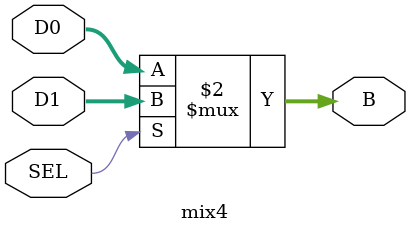
<source format=sv>
`timescale 1ns/1ns

module mix4
  (input SEL,
   input [0:3] D0,
   input [0:3] D1,
   output logic [0:3] B);

  always_comb B = SEL ? D1 : D0;
endmodule

</source>
